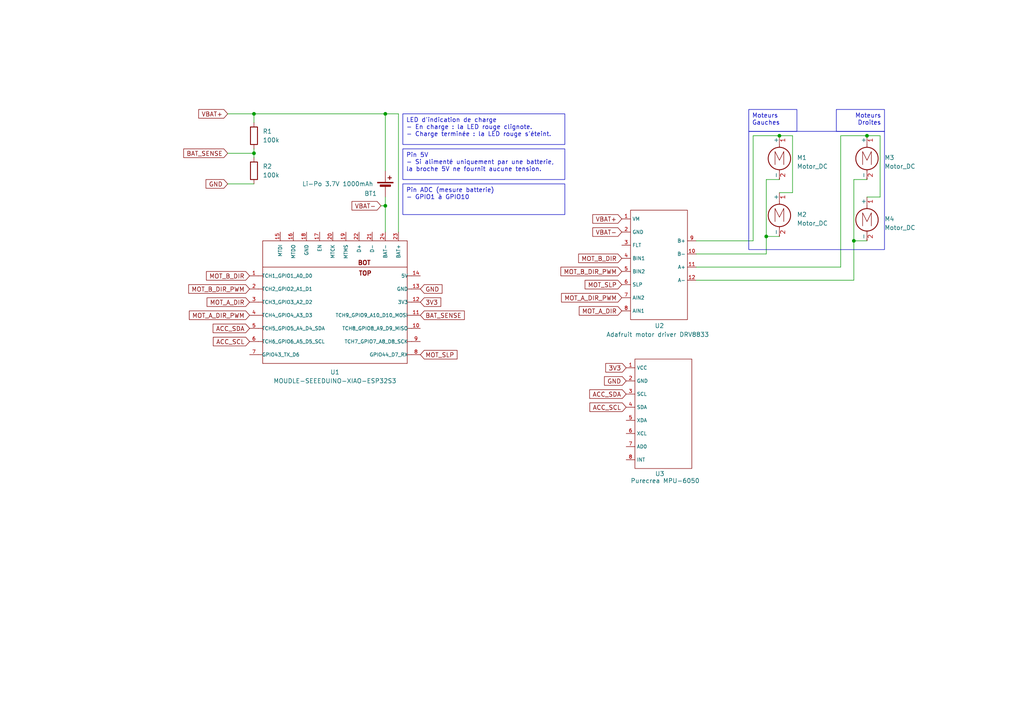
<source format=kicad_sch>
(kicad_sch (version 20250114) (generator "eeschema") (generator_version "9.0")
  (paper "A4")
  (lib_symbols
    (symbol "Device:Battery_Cell" (pin_numbers (hide yes)) (pin_names (offset 0) (hide yes))
      (property "Reference" "BT" (at 2.54 2.54 0))
      (property "Value" "Battery_Cell" (at 2.54 0 0))
      (symbol "Battery_Cell_0_1"
        (rectangle (start -2.286 1.778) (end 2.286 1.524) (fill (type outline)))
        (rectangle (start -1.524 1.016) (end 1.524 0.508) (fill (type outline)))
        (polyline (pts (xy 0 1.778) (xy 0 2.54)))
        (polyline (pts (xy 0 0.762) (xy 0 0)))
        (polyline (pts (xy 0.762 3.048) (xy 1.778 3.048)) (stroke (width 0.254)))
        (polyline (pts (xy 1.27 3.556) (xy 1.27 2.54)) (stroke (width 0.254)))
      )
      (symbol "Battery_Cell_1_1"
        (pin passive line (at 0 5.08 270) (length 2.54) (name "+") (number "1"))
        (pin passive line (at 0 -2.54 90) (length 2.54) (name "-") (number "2"))
      )
    )
    (symbol "Device:R" (pin_numbers (hide yes)) (pin_names (offset 0))
      (property "Reference" "R" (at 2.032 0 90))
      (property "Value" "R" (at 0 0 90))
      (symbol "R_0_1"
        (rectangle (start -1.016 -2.54) (end 1.016 2.54) (stroke (width 0.254)))
      )
      (symbol "R_1_1"
        (pin passive line (at 0 3.81 270) (length 1.27) (name "~") (number "1"))
        (pin passive line (at 0 -3.81 90) (length 1.27) (name "~") (number "2"))
      )
    )
    (symbol "MOUDLE-SEEEDUINO-XIAO-ESP32S3:MOUDLE-SEEEDUINO-XIAO-ESP32S3" (pin_names (offset 1.016))
      (property "Reference" "U" (at -21.082 -15.748 0))
      (property "Value" "MOUDLE-SEEEDUINO-XIAO-ESP32S3" (at -20.828 -18.288 0))
      (symbol "MOUDLE-SEEEDUINO-XIAO-ESP32S3_0_0"
        (polyline (pts (xy -21.59 21.59) (xy 20.32 21.59)) (stroke (width 0.1524)))
        (polyline (pts (xy -21.59 13.97) (xy 20.32 13.97)) (stroke (width 0.1524)))
        (polyline (pts (xy -21.59 11.43) (xy -22.86 11.43)) (stroke (width 0.1524)))
        (polyline (pts (xy -21.59 11.43) (xy -21.59 21.59)) (stroke (width 0.1524)))
        (polyline (pts (xy -21.59 7.62) (xy -22.86 7.62)) (stroke (width 0.1524)))
        (polyline (pts (xy -21.59 7.62) (xy -21.59 11.43)) (stroke (width 0.1524)))
        (polyline (pts (xy -21.59 3.81) (xy -22.86 3.81)) (stroke (width 0.1524)))
        (polyline (pts (xy -21.59 3.81) (xy -21.59 7.62)) (stroke (width 0.1524)))
        (polyline (pts (xy -21.59 0) (xy -22.86 0)) (stroke (width 0.1524)))
        (polyline (pts (xy -21.59 0) (xy -21.59 3.81)) (stroke (width 0.1524)))
        (polyline (pts (xy -21.59 -3.81) (xy -22.86 -3.81)) (stroke (width 0.1524)))
        (polyline (pts (xy -21.59 -7.62) (xy -22.86 -7.62)) (stroke (width 0.1524)))
        (polyline (pts (xy -21.59 -11.43) (xy -22.86 -11.43)) (stroke (width 0.1524)))
        (polyline (pts (xy -21.59 -13.97) (xy -21.59 0)) (stroke (width 0.1524)))
        (polyline (pts (xy 20.32 21.59) (xy 20.32 11.43)) (stroke (width 0.1524)))
        (polyline (pts (xy 20.32 11.43) (xy 20.32 7.62)) (stroke (width 0.1524)))
        (polyline (pts (xy 20.32 7.62) (xy 20.32 3.81)) (stroke (width 0.1524)))
        (polyline (pts (xy 20.32 3.81) (xy 20.32 -13.97)) (stroke (width 0.1524)))
        (polyline (pts (xy 20.32 -13.97) (xy -21.59 -13.97)) (stroke (width 0.1524)))
        (polyline (pts (xy 21.59 11.43) (xy 20.32 11.43)) (stroke (width 0.1524)))
        (polyline (pts (xy 21.59 7.62) (xy 20.32 7.62)) (stroke (width 0.1524)))
        (polyline (pts (xy 21.59 3.81) (xy 20.32 3.81)) (stroke (width 0.1524)))
        (polyline (pts (xy 21.59 0) (xy 20.32 0)) (stroke (width 0.1524)))
        (polyline (pts (xy 21.59 -3.81) (xy 20.32 -3.81)) (stroke (width 0.1524)))
        (polyline (pts (xy 21.59 -7.62) (xy 20.32 -7.62)) (stroke (width 0.1524)))
        (polyline (pts (xy 21.59 -11.43) (xy 20.32 -11.43)) (stroke (width 0.1524)))
        (pin bidirectional line (at 24.13 11.43 180) (length 2.54) (name "5V") (number "14"))
        (pin bidirectional line (at 24.13 7.62 180) (length 2.54) (name "GND") (number "13"))
        (pin bidirectional line (at 24.13 3.81 180) (length 2.54) (name "3V3") (number "12"))
      )
      (symbol "MOUDLE-SEEEDUINO-XIAO-ESP32S3_1_0"
        (pin bidirectional line (at -25.4 11.43 0) (length 2.54) (name "TCH1_GPIO1_A0_D0") (number "1"))
        (pin bidirectional line (at -25.4 7.62 0) (length 2.54) (name "TCH2_GPIO2_A1_D1") (number "2"))
        (pin bidirectional line (at -25.4 3.81 0) (length 2.54) (name "TCH3_GPIO3_A2_D2") (number "3"))
        (pin bidirectional line (at -25.4 0 0) (length 2.54) (name "TCH4_GPIO4_A3_D3") (number "4"))
        (pin bidirectional line (at -25.4 -3.81 0) (length 2.54) (name "TCH5_GPIO5_A4_D4_SDA") (number "5"))
        (pin bidirectional line (at -25.4 -7.62 0) (length 2.54) (name "TCH6_GPIO6_A5_D5_SCL") (number "6"))
        (pin bidirectional line (at -25.4 -11.43 0) (length 2.54) (name "GPIO43_TX_D6") (number "7"))
        (pin bidirectional line (at -16.51 24.13 270) (length 2.54) (name "MTDI") (number "15"))
        (pin bidirectional line (at -12.7 24.13 270) (length 2.54) (name "MTDO") (number "16"))
        (pin bidirectional line (at -8.89 24.13 270) (length 2.54) (name "GND") (number "18"))
        (pin bidirectional line (at -5.08 24.13 270) (length 2.54) (name "EN") (number "17"))
        (pin bidirectional line (at -1.27 24.13 270) (length 2.54) (name "MTCK") (number "20"))
        (pin bidirectional line (at 2.54 24.13 270) (length 2.54) (name "MTMS") (number "19"))
        (pin bidirectional line (at 6.35 24.13 270) (length 2.54) (name "D+") (number "22"))
        (pin bidirectional line (at 10.16 24.13 270) (length 2.54) (name "D-") (number "21"))
        (pin bidirectional line (at 13.97 24.13 270) (length 2.54) (name "BAT-") (number "24"))
        (pin bidirectional line (at 17.78 24.13 270) (length 2.54) (name "BAT+") (number "23"))
        (pin bidirectional line (at 24.13 0 180) (length 2.54) (name "TCH9_GPIO9_A10_D10_MOSI") (number "11"))
        (pin bidirectional line (at 24.13 -3.81 180) (length 2.54) (name "TCH8_GPIO8_A9_D9_MISO") (number "10"))
        (pin bidirectional line (at 24.13 -7.62 180) (length 2.54) (name "TCH7_GPIO7_A8_D8_SCK") (number "9"))
        (pin bidirectional line (at 24.13 -11.43 180) (length 2.54) (name "GPIO44_D7_RX") (number "8"))
      )
      (symbol "MOUDLE-SEEEDUINO-XIAO-ESP32S3_1_1"
        (text "BOT\n" (at 7.874 15.24 0) (effects (font (size 1.27 1.27) (thickness 0.254) (bold yes))))
        (text "TOP" (at 8.128 12.192 0) (effects (font (size 1.27 1.27) (thickness 0.254) (bold yes))))
      )
    )
    (symbol "Motor:Motor_DC" (pin_names (offset 0))
      (property "Reference" "M" (at 2.54 2.54 0))
      (property "Value" "Motor_DC" (at 2.54 -5.08 0))
      (symbol "Motor_DC_0_0"
        (polyline (pts (xy -1.27 -3.302) (xy -1.27 0.508) (xy 0 -2.032) (xy 1.27 0.508) (xy 1.27 -3.302)))
      )
      (symbol "Motor_DC_0_1"
        (polyline (pts (xy 0 2.032) (xy 0 2.54)))
        (polyline (pts (xy 0 1.7272) (xy 0 2.0828)))
        (circle (center 0 -1.524) (radius 3.2512) (stroke (width 0.254)))
        (polyline (pts (xy 0 -4.7752) (xy 0 -5.1816)))
        (polyline (pts (xy 0 -7.62) (xy 0 -7.112)))
      )
      (symbol "Motor_DC_1_1"
        (pin passive line (at 0 5.08 270) (length 2.54) (name "+") (number "1"))
        (pin passive line (at 0 -7.62 90) (length 2.54) (name "-") (number "2"))
      )
    )
    (symbol "adafruit_perso:Adafruit_motor_driver_DRV8833"
      (property "Reference" "U" (at 0.762 5.08 0))
      (property "Value" "Adafruit motor driver DRV8833" (at 0 0 0))
      (symbol "Adafruit_motor_driver_DRV8833_0_1"
        (rectangle (start 0 3.81) (end 16.51 -27.94))
      )
      (symbol "Adafruit_motor_driver_DRV8833_1_0"
        (pin bidirectional line (at -2.54 1.27 0) (length 2.54) (name "VM") (number "1"))
        (pin bidirectional line (at -2.54 -2.54 0) (length 2.54) (name "GND") (number "2"))
        (pin bidirectional line (at -2.54 -6.35 0) (length 2.54) (name "FLT") (number "3"))
        (pin bidirectional line (at -2.54 -10.16 0) (length 2.54) (name "BIN1") (number "4"))
        (pin bidirectional line (at -2.54 -13.97 0) (length 2.54) (name "BIN2") (number "5"))
        (pin bidirectional line (at -2.54 -17.78 0) (length 2.54) (name "SLP") (number "6"))
        (pin bidirectional line (at -2.54 -21.59 0) (length 2.54) (name "AIN2") (number "7"))
        (pin bidirectional line (at -2.54 -25.4 0) (length 2.54) (name "AIN1") (number "8"))
        (pin bidirectional line (at 19.05 -5.08 180) (length 2.54) (name "B+") (number "9"))
        (pin bidirectional line (at 19.05 -8.89 180) (length 2.54) (name "B-") (number "10"))
        (pin bidirectional line (at 19.05 -12.7 180) (length 2.54) (name "A+") (number "11"))
        (pin bidirectional line (at 19.05 -16.51 180) (length 2.54) (name "A-") (number "12"))
      )
    )
    (symbol "purecrea_perso:Purecrea_MPU-6050"
      (property "Reference" "U" (at 6.858 -35.814 0))
      (property "Value" "Purecrea MPU-6050" (at 7.366 -38.608 0))
      (symbol "Purecrea_MPU-6050_0_1"
        (rectangle (start 0 -2.54) (end 16.51 -34.29))
      )
      (symbol "Purecrea_MPU-6050_1_0"
        (pin bidirectional line (at -2.54 -5.08 0) (length 2.54) (name "VCC") (number "1"))
        (pin bidirectional line (at -2.54 -8.89 0) (length 2.54) (name "GND") (number "2"))
        (pin bidirectional line (at -2.54 -12.7 0) (length 2.54) (name "SCL") (number "3"))
        (pin bidirectional line (at -2.54 -16.51 0) (length 2.54) (name "SDA") (number "4"))
        (pin bidirectional line (at -2.54 -20.32 0) (length 2.54) (name "XDA") (number "5"))
        (pin bidirectional line (at -2.54 -24.13 0) (length 2.54) (name "XCL") (number "6"))
        (pin bidirectional line (at -2.54 -27.94 0) (length 2.54) (name "AD0") (number "7"))
        (pin bidirectional line (at -2.54 -31.75 0) (length 2.54) (name "INT") (number "8"))
      )
    )
  )
  (rectangle (start 217.17 38.1) (end 256.54 72.39))
  (text_box "Pin ADC (mesure batterie)\n- GPIO1 à GPIO10" (at 116.84 53.34 0) (size 46.99 8.89) (margins 0.9525 0.9525 0.9525 0.9525) (effects (font (size 1.27 1.27)) (justify left top)))
  (text_box "LED d'indication de charge\n- En charge : la LED rouge clignote.\n- Charge terminée : la LED rouge s'éteint." (at 116.84 33.02 0) (size 46.99 8.89) (margins 0.9525 0.9525 0.9525 0.9525) (effects (font (size 1.27 1.27)) (justify left top)))
  (text_box "Pin 5V\n- Si alimenté uniquement par une batterie, la broche 5V ne fournit aucune tension." (at 116.84 43.18 0) (size 46.99 8.89) (margins 0.9525 0.9525 0.9525 0.9525) (effects (font (size 1.27 1.27)) (justify left top)))
  (text_box "Moteurs\nGauches" (at 217.17 31.75 0) (size 13.97 6.35) (margins 0.9525 0.9525 0.9525 0.9525) (effects (font (size 1.27 1.27)) (justify left top)))
  (text_box "Moteurs\nDroites" (at 242.57 31.75 0) (size 13.97 6.35) (margins 0.9525 0.9525 0.9525 0.9525) (effects (font (size 1.27 1.27)) (justify right top)))
  (junction (at 73.66 33.02))
  (junction (at 251.46 39.37))
  (junction (at 73.66 44.45))
  (junction (at 222.25 68.58))
  (junction (at 226.06 39.37))
  (junction (at 247.65 69.85))
  (junction (at 111.76 33.02))
  (junction (at 111.76 59.69))
  (wire (pts (xy 222.25 68.58) (xy 226.06 68.58)))
  (wire (pts (xy 115.57 33.02) (xy 111.76 33.02)))
  (wire (pts (xy 251.46 69.85) (xy 247.65 69.85)))
  (wire (pts (xy 247.65 52.07) (xy 251.46 52.07)))
  (wire (pts (xy 111.76 59.69) (xy 111.76 67.31)))
  (wire (pts (xy 201.93 73.66) (xy 222.25 73.66)))
  (wire (pts (xy 247.65 81.28) (xy 247.65 69.85)))
  (wire (pts (xy 226.06 39.37) (xy 218.44 39.37)))
  (wire (pts (xy 111.76 33.02) (xy 111.76 49.53)))
  (wire (pts (xy 243.84 77.47) (xy 243.84 39.37)))
  (wire (pts (xy 251.46 57.15) (xy 255.27 57.15)))
  (wire (pts (xy 218.44 39.37) (xy 218.44 69.85)))
  (wire (pts (xy 222.25 52.07) (xy 222.25 68.58)))
  (wire (pts (xy 66.04 33.02) (xy 73.66 33.02)))
  (wire (pts (xy 226.06 55.88) (xy 229.87 55.88)))
  (wire (pts (xy 66.04 44.45) (xy 73.66 44.45)))
  (wire (pts (xy 201.93 81.28) (xy 247.65 81.28)))
  (wire (pts (xy 247.65 69.85) (xy 247.65 52.07)))
  (wire (pts (xy 255.27 57.15) (xy 255.27 39.37)))
  (wire (pts (xy 73.66 33.02) (xy 111.76 33.02)))
  (wire (pts (xy 222.25 73.66) (xy 222.25 68.58)))
  (wire (pts (xy 111.76 59.69) (xy 111.76 57.15)))
  (wire (pts (xy 255.27 39.37) (xy 251.46 39.37)))
  (wire (pts (xy 73.66 44.45) (xy 73.66 45.72)))
  (wire (pts (xy 110.49 59.69) (xy 111.76 59.69)))
  (wire (pts (xy 73.66 43.18) (xy 73.66 44.45)))
  (wire (pts (xy 66.04 53.34) (xy 73.66 53.34)))
  (wire (pts (xy 201.93 77.47) (xy 243.84 77.47)))
  (wire (pts (xy 243.84 39.37) (xy 251.46 39.37)))
  (wire (pts (xy 73.66 33.02) (xy 73.66 35.56)))
  (wire (pts (xy 226.06 52.07) (xy 222.25 52.07)))
  (wire (pts (xy 229.87 55.88) (xy 229.87 39.37)))
  (wire (pts (xy 218.44 69.85) (xy 201.93 69.85)))
  (wire (pts (xy 115.57 33.02) (xy 115.57 67.31)))
  (wire (pts (xy 229.87 39.37) (xy 226.06 39.37)))
  (global_label "GND" (shape input) (at 181.61 110.49 180) (property "Intersheetrefs" "${INTERSHEET_REFS}" (effects (hide yes))))
  (global_label "MOT_A_DIR_PWM" (shape input) (at 180.34 86.36 180) (property "Intersheetrefs" "${INTERSHEET_REFS}" (effects (hide yes))))
  (global_label "MOT_B_DIR" (shape input) (at 72.39 80.01 180) (property "Intersheetrefs" "${INTERSHEET_REFS}" (effects (hide yes))))
  (global_label "MOT_SLP" (shape input) (at 180.34 82.55 180) (property "Intersheetrefs" "${INTERSHEET_REFS}" (effects (hide yes))))
  (global_label "GND" (shape input) (at 121.92 83.82 0) (property "Intersheetrefs" "${INTERSHEET_REFS}" (effects (hide yes))))
  (global_label "MOT_A_DIR_PWM" (shape input) (at 72.39 91.44 180) (property "Intersheetrefs" "${INTERSHEET_REFS}" (effects (hide yes))))
  (global_label "VBAT+" (shape input) (at 180.34 63.5 180) (property "Intersheetrefs" "${INTERSHEET_REFS}" (effects (hide yes))))
  (global_label "3V3" (shape input) (at 181.61 106.68 180) (property "Intersheetrefs" "${INTERSHEET_REFS}" (effects (hide yes))))
  (global_label "MOT_B_DIR_PWM" (shape input) (at 180.34 78.74 180) (property "Intersheetrefs" "${INTERSHEET_REFS}" (effects (hide yes))))
  (global_label "ACC_SDA" (shape input) (at 72.39 95.25 180) (property "Intersheetrefs" "${INTERSHEET_REFS}" (effects (hide yes))))
  (global_label "ACC_SCL" (shape input) (at 181.61 118.11 180) (property "Intersheetrefs" "${INTERSHEET_REFS}" (effects (hide yes))))
  (global_label "VBAT+" (shape input) (at 66.04 33.02 180) (property "Intersheetrefs" "${INTERSHEET_REFS}" (effects (hide yes))))
  (global_label "BAT_SENSE" (shape input) (at 121.92 91.44 0) (property "Intersheetrefs" "${INTERSHEET_REFS}" (effects (hide yes))))
  (global_label "ACC_SDA" (shape input) (at 181.61 114.3 180) (property "Intersheetrefs" "${INTERSHEET_REFS}" (effects (hide yes))))
  (global_label "MOT_B_DIR_PWM" (shape input) (at 72.39 83.82 180) (property "Intersheetrefs" "${INTERSHEET_REFS}" (effects (hide yes))))
  (global_label "MOT_A_DIR" (shape input) (at 180.34 90.17 180) (property "Intersheetrefs" "${INTERSHEET_REFS}" (effects (hide yes))))
  (global_label "MOT_SLP" (shape input) (at 121.92 102.87 0) (property "Intersheetrefs" "${INTERSHEET_REFS}" (effects (hide yes))))
  (global_label "VBAT-" (shape input) (at 110.49 59.69 180) (property "Intersheetrefs" "${INTERSHEET_REFS}" (effects (hide yes))))
  (global_label "VBAT-" (shape input) (at 180.34 67.31 180) (property "Intersheetrefs" "${INTERSHEET_REFS}" (effects (hide yes))))
  (global_label "BAT_SENSE" (shape input) (at 66.04 44.45 180) (property "Intersheetrefs" "${INTERSHEET_REFS}" (effects (hide yes))))
  (global_label "GND" (shape input) (at 66.04 53.34 180) (property "Intersheetrefs" "${INTERSHEET_REFS}" (effects (hide yes))))
  (global_label "3V3" (shape input) (at 121.92 87.63 0) (property "Intersheetrefs" "${INTERSHEET_REFS}" (effects (hide yes))))
  (global_label "ACC_SCL" (shape input) (at 72.39 99.06 180) (property "Intersheetrefs" "${INTERSHEET_REFS}" (effects (hide yes))))
  (global_label "MOT_A_DIR" (shape input) (at 72.39 87.63 180) (property "Intersheetrefs" "${INTERSHEET_REFS}" (effects (hide yes))))
  (global_label "MOT_B_DIR" (shape input) (at 180.34 74.93 180) (property "Intersheetrefs" "${INTERSHEET_REFS}" (effects (hide yes))))
  (symbol (lib_id "purecrea_perso:Purecrea_MPU-6050") (at 184.15 101.6 0) (unit 1)
    (property "Reference" "U3" (at 189.992 137.414 0) (effects (justify left)))
    (property "Value" "Purecrea MPU-6050" (at 182.88 139.446 0) (effects (justify left)))
  )
  (symbol (lib_id "Motor:Motor_DC") (at 251.46 62.23 0) (unit 1)
    (property "Reference" "M4" (at 256.54 63.4999 0) (effects (justify left)))
    (property "Value" "Motor_DC" (at 256.54 66.0399 0) (effects (justify left)))
    (property "Description" "DC Motor" (effects (hide yes)))
  )
  (symbol (lib_id "Motor:Motor_DC") (at 226.06 44.45 0) (unit 1)
    (property "Reference" "M1" (at 231.14 45.7199 0) (effects (justify left)))
    (property "Value" "Motor_DC" (at 231.14 48.2599 0) (effects (justify left)))
    (property "Description" "DC Motor" (effects (hide yes)))
  )
  (symbol (lib_id "Device:R") (at 73.66 39.37 0) (unit 1)
    (property "Reference" "R1" (at 76.2 38.0999 0) (effects (justify left)))
    (property "Value" "100k" (at 76.2 40.6399 0) (effects (justify left)))
    (property "Description" "Resistor" (effects (hide yes)))
  )
  (symbol (lib_id "Motor:Motor_DC") (at 226.06 60.96 0) (unit 1)
    (property "Reference" "M2" (at 231.14 62.2299 0) (effects (justify left)))
    (property "Value" "Motor_DC" (at 231.14 64.7699 0) (effects (justify left)))
    (property "Description" "DC Motor" (effects (hide yes)))
  )
  (symbol (lib_id "Device:Battery_Cell") (at 111.76 54.61 0) (unit 1)
    (property "Reference" "BT1" (at 105.664 56.134 0) (effects (justify left)))
    (property "Value" "Li-Po 3.7 V 1000 mAh" (at 87.63 53.34 0) (effects (justify left)))
    (property "Description" "Single-cell battery" (effects (hide yes)))
  )
  (symbol (lib_id "MOUDLE-SEEEDUINO-XIAO-ESP32S3:MOUDLE-SEEEDUINO-XIAO-ESP32S3") (at 97.79 91.44 0) (unit 1)
    (property "Reference" "U1" (at 97.155 107.95 0))
    (property "Value" "MOUDLE-SEEEDUINO-XIAO-ESP32S3" (at 97.155 110.49 0))
    (property "Footprint" "MOUDLE14P-SMD-2.54-21X17.8MM" (effects (hide yes)))
  )
  (symbol (lib_id "Device:R") (at 73.66 49.53 0) (unit 1)
    (property "Reference" "R2" (at 76.2 48.2599 0) (effects (justify left)))
    (property "Value" "100k" (at 76.2 50.7999 0) (effects (justify left)))
    (property "Description" "Resistor" (effects (hide yes)))
  )
  (symbol (lib_id "adafruit_perso:Adafruit_motor_driver_DRV8833") (at 182.88 64.77 0) (unit 1)
    (property "Reference" "U2" (at 191.262 94.488 0))
    (property "Value" "Adafruit motor driver DRV8833" (at 190.754 97.028 0))
  )
  (symbol (lib_id "Motor:Motor_DC") (at 251.46 44.45 0) (unit 1)
    (property "Reference" "M3" (at 256.54 45.7199 0) (effects (justify left)))
    (property "Value" "Motor_DC" (at 256.54 48.2599 0) (effects (justify left)))
    (property "Description" "DC Motor" (effects (hide yes)))
  )
)
</source>
